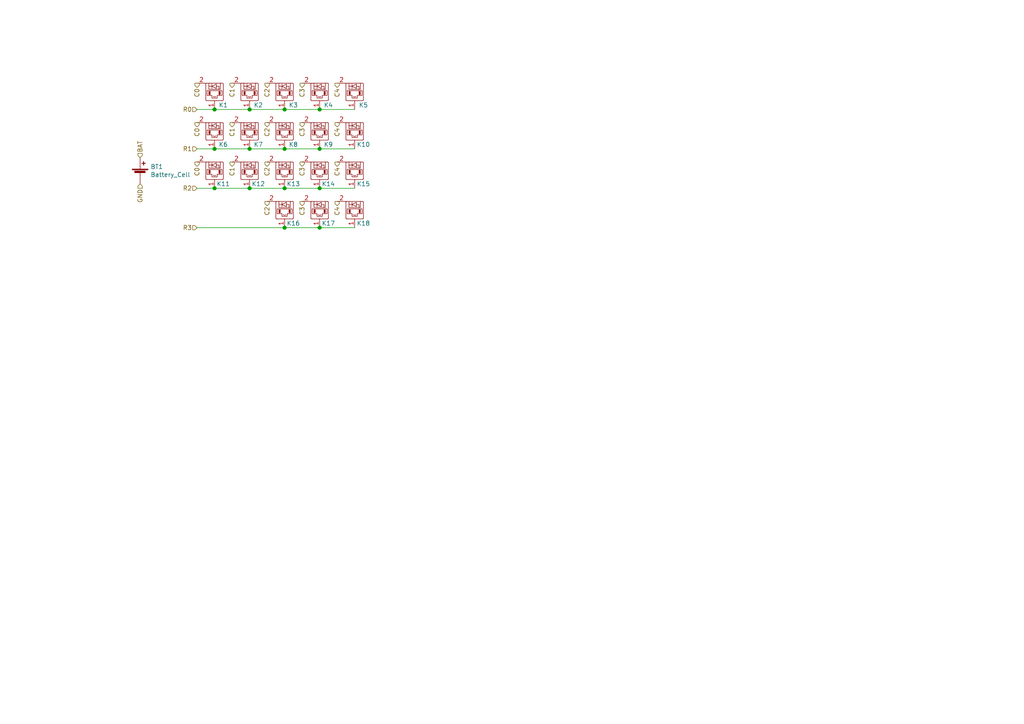
<source format=kicad_sch>
(kicad_sch (version 20210621) (generator eeschema)
  (paper "A4")
  (lib_symbols
    (symbol "Device:Battery_Cell" (pin_numbers hide) (pin_names (offset 0) hide)
      (property "Reference" "BT" (at 2.54 2.54 0))
      (property "Value" "Battery_Cell" (at 2.54 0 0))
      (symbol "Battery_Cell_0_1"
        (rectangle (start -2.286 1.778) (end 2.286 1.524) (fill (type outline)))
        (rectangle (start -1.5748 1.1938) (end 1.4732 0.6858) (fill (type outline)))
        (polyline (pts (xy 0 0.762) (xy 0 0)))
        (polyline (pts (xy 0 1.778) (xy 0 2.54)))
        (polyline (pts (xy 0.508 3.429) (xy 1.524 3.429)) (stroke (width 0.254)))
        (polyline (pts (xy 1.016 3.937) (xy 1.016 2.921)) (stroke (width 0.254)))
      )
      (symbol "Battery_Cell_1_1"
        (pin passive line (at 0 5.08 270) (length 2.54) (name "+") (number "1"))
        (pin passive line (at 0 -2.54 90) (length 2.54) (name "-") (number "2"))
      )
    )
    (symbol "diode-choc:diode-choc" (pin_names (offset 1.016))
      (property "Reference" "K" (at 0 3.81 0))
      (symbol "diode-choc_0_1"
        (arc (start -2.286 -2.54) (end -2.54 -2.286) (radius (at -2.286 -2.286) (length 0.254) (angles -90 180)))
        (arc (start -2.54 2.286) (end -2.286 2.54) (radius (at -2.286 2.286) (length 0.254) (angles 180 90)))
        (arc (start -0.381 -1.27) (end 0.381 -1.27) (radius (at 0 -1.016) (length 0.4572) (angles -146.3 -33.7)))
        (arc (start 2.286 -2.54) (end 2.54 -2.286) (radius (at 2.286 -2.286) (length 0.254) (angles -90 0)))
        (arc (start 2.286 2.54) (end 2.54 2.286) (radius (at 2.286 2.286) (length 0.254) (angles 90 0)))
        (rectangle (start -1.651 0.127) (end -1.27 -0.762) (fill (type outline)))
        (polyline (pts (xy -2.54 2.286) (xy -2.54 -2.286)))
        (polyline (pts (xy -2.286 -2.54) (xy 2.286 -2.54)))
        (polyline (pts (xy -2.286 2.54) (xy 2.286 2.54)))
        (polyline (pts (xy -1.651 1.651) (xy -0.762 1.651)))
        (polyline (pts (xy -0.762 2.286) (xy -0.762 1.016)))
        (polyline (pts (xy 2.54 -2.286) (xy 2.54 2.286)))
        (polyline (pts (xy 0.508 1.651) (xy 1.27 1.651) (xy 1.27 0.762)))
        (polyline (pts (xy -1.651 2.54) (xy -1.651 0.762) (xy 1.651 0.762) (xy 1.651 2.54)))
        (polyline (pts (xy -0.762 1.651) (xy 0.508 2.286) (xy 0.508 1.016) (xy -0.762 1.651)))
        (polyline (pts (xy -2.159 0.381) (xy -2.159 -1.016) (xy -0.762 -1.016) (xy -0.762 -1.778) (xy 0.762 -1.778) (xy 0.762 -1.016) (xy 2.159 -1.016) (xy 2.159 0.381) (xy -2.159 0.381)))
      )
      (symbol "diode-choc_1_1"
        (rectangle (start 1.27 0.127) (end 1.651 -0.762) (fill (type outline)))
        (pin input line (at 0 -5.08 90) (length 2.54) (name "~") (number "1"))
        (pin output line (at -5.08 2.54 0) (length 2.54) (name "~") (number "2"))
      )
    )
    (symbol "diode-choc:diode-choc_1" (pin_names (offset 1.016))
      (property "Reference" "K" (at 0 3.81 0))
      (symbol "diode-choc_1_0_1"
        (arc (start -2.286 -2.54) (end -2.54 -2.286) (radius (at -2.286 -2.286) (length 0.254) (angles -90 180)))
        (arc (start -2.54 2.286) (end -2.286 2.54) (radius (at -2.286 2.286) (length 0.254) (angles 180 90)))
        (arc (start -0.381 -1.27) (end 0.381 -1.27) (radius (at 0 -1.016) (length 0.4572) (angles -146.3 -33.7)))
        (arc (start 2.286 -2.54) (end 2.54 -2.286) (radius (at 2.286 -2.286) (length 0.254) (angles -90 0)))
        (arc (start 2.286 2.54) (end 2.54 2.286) (radius (at 2.286 2.286) (length 0.254) (angles 90 0)))
        (rectangle (start -1.651 0.127) (end -1.27 -0.762) (fill (type outline)))
        (polyline (pts (xy -2.54 2.286) (xy -2.54 -2.286)))
        (polyline (pts (xy -2.286 -2.54) (xy 2.286 -2.54)))
        (polyline (pts (xy -2.286 2.54) (xy 2.286 2.54)))
        (polyline (pts (xy -1.651 1.651) (xy -0.762 1.651)))
        (polyline (pts (xy -0.762 2.286) (xy -0.762 1.016)))
        (polyline (pts (xy 2.54 -2.286) (xy 2.54 2.286)))
        (polyline (pts (xy 0.508 1.651) (xy 1.27 1.651) (xy 1.27 0.762)))
        (polyline (pts (xy -1.651 2.54) (xy -1.651 0.762) (xy 1.651 0.762) (xy 1.651 2.54)))
        (polyline (pts (xy -0.762 1.651) (xy 0.508 2.286) (xy 0.508 1.016) (xy -0.762 1.651)))
        (polyline (pts (xy -2.159 0.381) (xy -2.159 -1.016) (xy -0.762 -1.016) (xy -0.762 -1.778) (xy 0.762 -1.778) (xy 0.762 -1.016) (xy 2.159 -1.016) (xy 2.159 0.381) (xy -2.159 0.381)))
      )
      (symbol "diode-choc_1_1_1"
        (rectangle (start 1.27 0.127) (end 1.651 -0.762) (fill (type outline)))
        (pin input line (at 0 -5.08 90) (length 2.54) (name "~") (number "1"))
        (pin output line (at -5.08 2.54 0) (length 2.54) (name "~") (number "2"))
      )
    )
    (symbol "diode-choc:diode-choc_10" (pin_names (offset 1.016))
      (property "Reference" "K" (at 0 3.81 0))
      (symbol "diode-choc_10_0_1"
        (arc (start -2.286 -2.54) (end -2.54 -2.286) (radius (at -2.286 -2.286) (length 0.254) (angles -90 180)))
        (arc (start -2.54 2.286) (end -2.286 2.54) (radius (at -2.286 2.286) (length 0.254) (angles 180 90)))
        (arc (start -0.381 -1.27) (end 0.381 -1.27) (radius (at 0 -1.016) (length 0.4572) (angles -146.3 -33.7)))
        (arc (start 2.286 -2.54) (end 2.54 -2.286) (radius (at 2.286 -2.286) (length 0.254) (angles -90 0)))
        (arc (start 2.286 2.54) (end 2.54 2.286) (radius (at 2.286 2.286) (length 0.254) (angles 90 0)))
        (rectangle (start -1.651 0.127) (end -1.27 -0.762) (fill (type outline)))
        (polyline (pts (xy -2.54 2.286) (xy -2.54 -2.286)))
        (polyline (pts (xy -2.286 -2.54) (xy 2.286 -2.54)))
        (polyline (pts (xy -2.286 2.54) (xy 2.286 2.54)))
        (polyline (pts (xy -1.651 1.651) (xy -0.762 1.651)))
        (polyline (pts (xy -0.762 2.286) (xy -0.762 1.016)))
        (polyline (pts (xy 2.54 -2.286) (xy 2.54 2.286)))
        (polyline (pts (xy 0.508 1.651) (xy 1.27 1.651) (xy 1.27 0.762)))
        (polyline (pts (xy -1.651 2.54) (xy -1.651 0.762) (xy 1.651 0.762) (xy 1.651 2.54)))
        (polyline (pts (xy -0.762 1.651) (xy 0.508 2.286) (xy 0.508 1.016) (xy -0.762 1.651)))
        (polyline (pts (xy -2.159 0.381) (xy -2.159 -1.016) (xy -0.762 -1.016) (xy -0.762 -1.778) (xy 0.762 -1.778) (xy 0.762 -1.016) (xy 2.159 -1.016) (xy 2.159 0.381) (xy -2.159 0.381)))
      )
      (symbol "diode-choc_10_1_1"
        (rectangle (start 1.27 0.127) (end 1.651 -0.762) (fill (type outline)))
        (pin input line (at 0 -5.08 90) (length 2.54) (name "~") (number "1"))
        (pin output line (at -5.08 2.54 0) (length 2.54) (name "~") (number "2"))
      )
    )
    (symbol "diode-choc:diode-choc_11" (pin_names (offset 1.016))
      (property "Reference" "K" (at 0 3.81 0))
      (symbol "diode-choc_11_0_1"
        (arc (start -2.286 -2.54) (end -2.54 -2.286) (radius (at -2.286 -2.286) (length 0.254) (angles -90 180)))
        (arc (start -2.54 2.286) (end -2.286 2.54) (radius (at -2.286 2.286) (length 0.254) (angles 180 90)))
        (arc (start -0.381 -1.27) (end 0.381 -1.27) (radius (at 0 -1.016) (length 0.4572) (angles -146.3 -33.7)))
        (arc (start 2.286 -2.54) (end 2.54 -2.286) (radius (at 2.286 -2.286) (length 0.254) (angles -90 0)))
        (arc (start 2.286 2.54) (end 2.54 2.286) (radius (at 2.286 2.286) (length 0.254) (angles 90 0)))
        (rectangle (start -1.651 0.127) (end -1.27 -0.762) (fill (type outline)))
        (polyline (pts (xy -2.54 2.286) (xy -2.54 -2.286)))
        (polyline (pts (xy -2.286 -2.54) (xy 2.286 -2.54)))
        (polyline (pts (xy -2.286 2.54) (xy 2.286 2.54)))
        (polyline (pts (xy -1.651 1.651) (xy -0.762 1.651)))
        (polyline (pts (xy -0.762 2.286) (xy -0.762 1.016)))
        (polyline (pts (xy 2.54 -2.286) (xy 2.54 2.286)))
        (polyline (pts (xy 0.508 1.651) (xy 1.27 1.651) (xy 1.27 0.762)))
        (polyline (pts (xy -1.651 2.54) (xy -1.651 0.762) (xy 1.651 0.762) (xy 1.651 2.54)))
        (polyline (pts (xy -0.762 1.651) (xy 0.508 2.286) (xy 0.508 1.016) (xy -0.762 1.651)))
        (polyline (pts (xy -2.159 0.381) (xy -2.159 -1.016) (xy -0.762 -1.016) (xy -0.762 -1.778) (xy 0.762 -1.778) (xy 0.762 -1.016) (xy 2.159 -1.016) (xy 2.159 0.381) (xy -2.159 0.381)))
      )
      (symbol "diode-choc_11_1_1"
        (rectangle (start 1.27 0.127) (end 1.651 -0.762) (fill (type outline)))
        (pin input line (at 0 -5.08 90) (length 2.54) (name "~") (number "1"))
        (pin output line (at -5.08 2.54 0) (length 2.54) (name "~") (number "2"))
      )
    )
    (symbol "diode-choc:diode-choc_12" (pin_names (offset 1.016))
      (property "Reference" "K" (at 0 3.81 0))
      (symbol "diode-choc_12_0_1"
        (arc (start -2.286 -2.54) (end -2.54 -2.286) (radius (at -2.286 -2.286) (length 0.254) (angles -90 180)))
        (arc (start -2.54 2.286) (end -2.286 2.54) (radius (at -2.286 2.286) (length 0.254) (angles 180 90)))
        (arc (start -0.381 -1.27) (end 0.381 -1.27) (radius (at 0 -1.016) (length 0.4572) (angles -146.3 -33.7)))
        (arc (start 2.286 -2.54) (end 2.54 -2.286) (radius (at 2.286 -2.286) (length 0.254) (angles -90 0)))
        (arc (start 2.286 2.54) (end 2.54 2.286) (radius (at 2.286 2.286) (length 0.254) (angles 90 0)))
        (rectangle (start -1.651 0.127) (end -1.27 -0.762) (fill (type outline)))
        (polyline (pts (xy -2.54 2.286) (xy -2.54 -2.286)))
        (polyline (pts (xy -2.286 -2.54) (xy 2.286 -2.54)))
        (polyline (pts (xy -2.286 2.54) (xy 2.286 2.54)))
        (polyline (pts (xy -1.651 1.651) (xy -0.762 1.651)))
        (polyline (pts (xy -0.762 2.286) (xy -0.762 1.016)))
        (polyline (pts (xy 2.54 -2.286) (xy 2.54 2.286)))
        (polyline (pts (xy 0.508 1.651) (xy 1.27 1.651) (xy 1.27 0.762)))
        (polyline (pts (xy -1.651 2.54) (xy -1.651 0.762) (xy 1.651 0.762) (xy 1.651 2.54)))
        (polyline (pts (xy -0.762 1.651) (xy 0.508 2.286) (xy 0.508 1.016) (xy -0.762 1.651)))
        (polyline (pts (xy -2.159 0.381) (xy -2.159 -1.016) (xy -0.762 -1.016) (xy -0.762 -1.778) (xy 0.762 -1.778) (xy 0.762 -1.016) (xy 2.159 -1.016) (xy 2.159 0.381) (xy -2.159 0.381)))
      )
      (symbol "diode-choc_12_1_1"
        (rectangle (start 1.27 0.127) (end 1.651 -0.762) (fill (type outline)))
        (pin input line (at 0 -5.08 90) (length 2.54) (name "~") (number "1"))
        (pin output line (at -5.08 2.54 0) (length 2.54) (name "~") (number "2"))
      )
    )
    (symbol "diode-choc:diode-choc_13" (pin_names (offset 1.016))
      (property "Reference" "K" (at 0 3.81 0))
      (symbol "diode-choc_13_0_1"
        (arc (start -2.286 -2.54) (end -2.54 -2.286) (radius (at -2.286 -2.286) (length 0.254) (angles -90 180)))
        (arc (start -2.54 2.286) (end -2.286 2.54) (radius (at -2.286 2.286) (length 0.254) (angles 180 90)))
        (arc (start -0.381 -1.27) (end 0.381 -1.27) (radius (at 0 -1.016) (length 0.4572) (angles -146.3 -33.7)))
        (arc (start 2.286 -2.54) (end 2.54 -2.286) (radius (at 2.286 -2.286) (length 0.254) (angles -90 0)))
        (arc (start 2.286 2.54) (end 2.54 2.286) (radius (at 2.286 2.286) (length 0.254) (angles 90 0)))
        (rectangle (start -1.651 0.127) (end -1.27 -0.762) (fill (type outline)))
        (polyline (pts (xy -2.54 2.286) (xy -2.54 -2.286)))
        (polyline (pts (xy -2.286 -2.54) (xy 2.286 -2.54)))
        (polyline (pts (xy -2.286 2.54) (xy 2.286 2.54)))
        (polyline (pts (xy -1.651 1.651) (xy -0.762 1.651)))
        (polyline (pts (xy -0.762 2.286) (xy -0.762 1.016)))
        (polyline (pts (xy 2.54 -2.286) (xy 2.54 2.286)))
        (polyline (pts (xy 0.508 1.651) (xy 1.27 1.651) (xy 1.27 0.762)))
        (polyline (pts (xy -1.651 2.54) (xy -1.651 0.762) (xy 1.651 0.762) (xy 1.651 2.54)))
        (polyline (pts (xy -0.762 1.651) (xy 0.508 2.286) (xy 0.508 1.016) (xy -0.762 1.651)))
        (polyline (pts (xy -2.159 0.381) (xy -2.159 -1.016) (xy -0.762 -1.016) (xy -0.762 -1.778) (xy 0.762 -1.778) (xy 0.762 -1.016) (xy 2.159 -1.016) (xy 2.159 0.381) (xy -2.159 0.381)))
      )
      (symbol "diode-choc_13_1_1"
        (rectangle (start 1.27 0.127) (end 1.651 -0.762) (fill (type outline)))
        (pin input line (at 0 -5.08 90) (length 2.54) (name "~") (number "1"))
        (pin output line (at -5.08 2.54 0) (length 2.54) (name "~") (number "2"))
      )
    )
    (symbol "diode-choc:diode-choc_14" (pin_names (offset 1.016))
      (property "Reference" "K" (at 0 3.81 0))
      (symbol "diode-choc_14_0_1"
        (arc (start -2.286 -2.54) (end -2.54 -2.286) (radius (at -2.286 -2.286) (length 0.254) (angles -90 180)))
        (arc (start -2.54 2.286) (end -2.286 2.54) (radius (at -2.286 2.286) (length 0.254) (angles 180 90)))
        (arc (start -0.381 -1.27) (end 0.381 -1.27) (radius (at 0 -1.016) (length 0.4572) (angles -146.3 -33.7)))
        (arc (start 2.286 -2.54) (end 2.54 -2.286) (radius (at 2.286 -2.286) (length 0.254) (angles -90 0)))
        (arc (start 2.286 2.54) (end 2.54 2.286) (radius (at 2.286 2.286) (length 0.254) (angles 90 0)))
        (rectangle (start -1.651 0.127) (end -1.27 -0.762) (fill (type outline)))
        (polyline (pts (xy -2.54 2.286) (xy -2.54 -2.286)))
        (polyline (pts (xy -2.286 -2.54) (xy 2.286 -2.54)))
        (polyline (pts (xy -2.286 2.54) (xy 2.286 2.54)))
        (polyline (pts (xy -1.651 1.651) (xy -0.762 1.651)))
        (polyline (pts (xy -0.762 2.286) (xy -0.762 1.016)))
        (polyline (pts (xy 2.54 -2.286) (xy 2.54 2.286)))
        (polyline (pts (xy 0.508 1.651) (xy 1.27 1.651) (xy 1.27 0.762)))
        (polyline (pts (xy -1.651 2.54) (xy -1.651 0.762) (xy 1.651 0.762) (xy 1.651 2.54)))
        (polyline (pts (xy -0.762 1.651) (xy 0.508 2.286) (xy 0.508 1.016) (xy -0.762 1.651)))
        (polyline (pts (xy -2.159 0.381) (xy -2.159 -1.016) (xy -0.762 -1.016) (xy -0.762 -1.778) (xy 0.762 -1.778) (xy 0.762 -1.016) (xy 2.159 -1.016) (xy 2.159 0.381) (xy -2.159 0.381)))
      )
      (symbol "diode-choc_14_1_1"
        (rectangle (start 1.27 0.127) (end 1.651 -0.762) (fill (type outline)))
        (pin input line (at 0 -5.08 90) (length 2.54) (name "~") (number "1"))
        (pin output line (at -5.08 2.54 0) (length 2.54) (name "~") (number "2"))
      )
    )
    (symbol "diode-choc:diode-choc_15" (pin_names (offset 1.016))
      (property "Reference" "K" (at 0 3.81 0))
      (symbol "diode-choc_15_0_1"
        (arc (start -2.286 -2.54) (end -2.54 -2.286) (radius (at -2.286 -2.286) (length 0.254) (angles -90 180)))
        (arc (start -2.54 2.286) (end -2.286 2.54) (radius (at -2.286 2.286) (length 0.254) (angles 180 90)))
        (arc (start -0.381 -1.27) (end 0.381 -1.27) (radius (at 0 -1.016) (length 0.4572) (angles -146.3 -33.7)))
        (arc (start 2.286 -2.54) (end 2.54 -2.286) (radius (at 2.286 -2.286) (length 0.254) (angles -90 0)))
        (arc (start 2.286 2.54) (end 2.54 2.286) (radius (at 2.286 2.286) (length 0.254) (angles 90 0)))
        (rectangle (start -1.651 0.127) (end -1.27 -0.762) (fill (type outline)))
        (polyline (pts (xy -2.54 2.286) (xy -2.54 -2.286)))
        (polyline (pts (xy -2.286 -2.54) (xy 2.286 -2.54)))
        (polyline (pts (xy -2.286 2.54) (xy 2.286 2.54)))
        (polyline (pts (xy -1.651 1.651) (xy -0.762 1.651)))
        (polyline (pts (xy -0.762 2.286) (xy -0.762 1.016)))
        (polyline (pts (xy 2.54 -2.286) (xy 2.54 2.286)))
        (polyline (pts (xy 0.508 1.651) (xy 1.27 1.651) (xy 1.27 0.762)))
        (polyline (pts (xy -1.651 2.54) (xy -1.651 0.762) (xy 1.651 0.762) (xy 1.651 2.54)))
        (polyline (pts (xy -0.762 1.651) (xy 0.508 2.286) (xy 0.508 1.016) (xy -0.762 1.651)))
        (polyline (pts (xy -2.159 0.381) (xy -2.159 -1.016) (xy -0.762 -1.016) (xy -0.762 -1.778) (xy 0.762 -1.778) (xy 0.762 -1.016) (xy 2.159 -1.016) (xy 2.159 0.381) (xy -2.159 0.381)))
      )
      (symbol "diode-choc_15_1_1"
        (rectangle (start 1.27 0.127) (end 1.651 -0.762) (fill (type outline)))
        (pin input line (at 0 -5.08 90) (length 2.54) (name "~") (number "1"))
        (pin output line (at -5.08 2.54 0) (length 2.54) (name "~") (number "2"))
      )
    )
    (symbol "diode-choc:diode-choc_16" (pin_names (offset 1.016))
      (property "Reference" "K" (at 0 3.81 0))
      (symbol "diode-choc_16_0_1"
        (arc (start -2.286 -2.54) (end -2.54 -2.286) (radius (at -2.286 -2.286) (length 0.254) (angles -90 180)))
        (arc (start -2.54 2.286) (end -2.286 2.54) (radius (at -2.286 2.286) (length 0.254) (angles 180 90)))
        (arc (start -0.381 -1.27) (end 0.381 -1.27) (radius (at 0 -1.016) (length 0.4572) (angles -146.3 -33.7)))
        (arc (start 2.286 -2.54) (end 2.54 -2.286) (radius (at 2.286 -2.286) (length 0.254) (angles -90 0)))
        (arc (start 2.286 2.54) (end 2.54 2.286) (radius (at 2.286 2.286) (length 0.254) (angles 90 0)))
        (rectangle (start -1.651 0.127) (end -1.27 -0.762) (fill (type outline)))
        (polyline (pts (xy -2.54 2.286) (xy -2.54 -2.286)))
        (polyline (pts (xy -2.286 -2.54) (xy 2.286 -2.54)))
        (polyline (pts (xy -2.286 2.54) (xy 2.286 2.54)))
        (polyline (pts (xy -1.651 1.651) (xy -0.762 1.651)))
        (polyline (pts (xy -0.762 2.286) (xy -0.762 1.016)))
        (polyline (pts (xy 2.54 -2.286) (xy 2.54 2.286)))
        (polyline (pts (xy 0.508 1.651) (xy 1.27 1.651) (xy 1.27 0.762)))
        (polyline (pts (xy -1.651 2.54) (xy -1.651 0.762) (xy 1.651 0.762) (xy 1.651 2.54)))
        (polyline (pts (xy -0.762 1.651) (xy 0.508 2.286) (xy 0.508 1.016) (xy -0.762 1.651)))
        (polyline (pts (xy -2.159 0.381) (xy -2.159 -1.016) (xy -0.762 -1.016) (xy -0.762 -1.778) (xy 0.762 -1.778) (xy 0.762 -1.016) (xy 2.159 -1.016) (xy 2.159 0.381) (xy -2.159 0.381)))
      )
      (symbol "diode-choc_16_1_1"
        (rectangle (start 1.27 0.127) (end 1.651 -0.762) (fill (type outline)))
        (pin input line (at 0 -5.08 90) (length 2.54) (name "~") (number "1"))
        (pin output line (at -5.08 2.54 0) (length 2.54) (name "~") (number "2"))
      )
    )
    (symbol "diode-choc:diode-choc_17" (pin_names (offset 1.016))
      (property "Reference" "K" (at 0 3.81 0))
      (symbol "diode-choc_17_0_1"
        (arc (start -2.286 -2.54) (end -2.54 -2.286) (radius (at -2.286 -2.286) (length 0.254) (angles -90 180)))
        (arc (start -2.54 2.286) (end -2.286 2.54) (radius (at -2.286 2.286) (length 0.254) (angles 180 90)))
        (arc (start -0.381 -1.27) (end 0.381 -1.27) (radius (at 0 -1.016) (length 0.4572) (angles -146.3 -33.7)))
        (arc (start 2.286 -2.54) (end 2.54 -2.286) (radius (at 2.286 -2.286) (length 0.254) (angles -90 0)))
        (arc (start 2.286 2.54) (end 2.54 2.286) (radius (at 2.286 2.286) (length 0.254) (angles 90 0)))
        (rectangle (start -1.651 0.127) (end -1.27 -0.762) (fill (type outline)))
        (polyline (pts (xy -2.54 2.286) (xy -2.54 -2.286)))
        (polyline (pts (xy -2.286 -2.54) (xy 2.286 -2.54)))
        (polyline (pts (xy -2.286 2.54) (xy 2.286 2.54)))
        (polyline (pts (xy -1.651 1.651) (xy -0.762 1.651)))
        (polyline (pts (xy -0.762 2.286) (xy -0.762 1.016)))
        (polyline (pts (xy 2.54 -2.286) (xy 2.54 2.286)))
        (polyline (pts (xy 0.508 1.651) (xy 1.27 1.651) (xy 1.27 0.762)))
        (polyline (pts (xy -1.651 2.54) (xy -1.651 0.762) (xy 1.651 0.762) (xy 1.651 2.54)))
        (polyline (pts (xy -0.762 1.651) (xy 0.508 2.286) (xy 0.508 1.016) (xy -0.762 1.651)))
        (polyline (pts (xy -2.159 0.381) (xy -2.159 -1.016) (xy -0.762 -1.016) (xy -0.762 -1.778) (xy 0.762 -1.778) (xy 0.762 -1.016) (xy 2.159 -1.016) (xy 2.159 0.381) (xy -2.159 0.381)))
      )
      (symbol "diode-choc_17_1_1"
        (rectangle (start 1.27 0.127) (end 1.651 -0.762) (fill (type outline)))
        (pin input line (at 0 -5.08 90) (length 2.54) (name "~") (number "1"))
        (pin output line (at -5.08 2.54 0) (length 2.54) (name "~") (number "2"))
      )
    )
    (symbol "diode-choc:diode-choc_2" (pin_names (offset 1.016))
      (property "Reference" "K" (at 0 3.81 0))
      (symbol "diode-choc_2_0_1"
        (arc (start -2.286 -2.54) (end -2.54 -2.286) (radius (at -2.286 -2.286) (length 0.254) (angles -90 180)))
        (arc (start -2.54 2.286) (end -2.286 2.54) (radius (at -2.286 2.286) (length 0.254) (angles 180 90)))
        (arc (start -0.381 -1.27) (end 0.381 -1.27) (radius (at 0 -1.016) (length 0.4572) (angles -146.3 -33.7)))
        (arc (start 2.286 -2.54) (end 2.54 -2.286) (radius (at 2.286 -2.286) (length 0.254) (angles -90 0)))
        (arc (start 2.286 2.54) (end 2.54 2.286) (radius (at 2.286 2.286) (length 0.254) (angles 90 0)))
        (rectangle (start -1.651 0.127) (end -1.27 -0.762) (fill (type outline)))
        (polyline (pts (xy -2.54 2.286) (xy -2.54 -2.286)))
        (polyline (pts (xy -2.286 -2.54) (xy 2.286 -2.54)))
        (polyline (pts (xy -2.286 2.54) (xy 2.286 2.54)))
        (polyline (pts (xy -1.651 1.651) (xy -0.762 1.651)))
        (polyline (pts (xy -0.762 2.286) (xy -0.762 1.016)))
        (polyline (pts (xy 2.54 -2.286) (xy 2.54 2.286)))
        (polyline (pts (xy 0.508 1.651) (xy 1.27 1.651) (xy 1.27 0.762)))
        (polyline (pts (xy -1.651 2.54) (xy -1.651 0.762) (xy 1.651 0.762) (xy 1.651 2.54)))
        (polyline (pts (xy -0.762 1.651) (xy 0.508 2.286) (xy 0.508 1.016) (xy -0.762 1.651)))
        (polyline (pts (xy -2.159 0.381) (xy -2.159 -1.016) (xy -0.762 -1.016) (xy -0.762 -1.778) (xy 0.762 -1.778) (xy 0.762 -1.016) (xy 2.159 -1.016) (xy 2.159 0.381) (xy -2.159 0.381)))
      )
      (symbol "diode-choc_2_1_1"
        (rectangle (start 1.27 0.127) (end 1.651 -0.762) (fill (type outline)))
        (pin input line (at 0 -5.08 90) (length 2.54) (name "~") (number "1"))
        (pin output line (at -5.08 2.54 0) (length 2.54) (name "~") (number "2"))
      )
    )
    (symbol "diode-choc:diode-choc_3" (pin_names (offset 1.016))
      (property "Reference" "K" (at 0 3.81 0))
      (symbol "diode-choc_3_0_1"
        (arc (start -2.286 -2.54) (end -2.54 -2.286) (radius (at -2.286 -2.286) (length 0.254) (angles -90 180)))
        (arc (start -2.54 2.286) (end -2.286 2.54) (radius (at -2.286 2.286) (length 0.254) (angles 180 90)))
        (arc (start -0.381 -1.27) (end 0.381 -1.27) (radius (at 0 -1.016) (length 0.4572) (angles -146.3 -33.7)))
        (arc (start 2.286 -2.54) (end 2.54 -2.286) (radius (at 2.286 -2.286) (length 0.254) (angles -90 0)))
        (arc (start 2.286 2.54) (end 2.54 2.286) (radius (at 2.286 2.286) (length 0.254) (angles 90 0)))
        (rectangle (start -1.651 0.127) (end -1.27 -0.762) (fill (type outline)))
        (polyline (pts (xy -2.54 2.286) (xy -2.54 -2.286)))
        (polyline (pts (xy -2.286 -2.54) (xy 2.286 -2.54)))
        (polyline (pts (xy -2.286 2.54) (xy 2.286 2.54)))
        (polyline (pts (xy -1.651 1.651) (xy -0.762 1.651)))
        (polyline (pts (xy -0.762 2.286) (xy -0.762 1.016)))
        (polyline (pts (xy 2.54 -2.286) (xy 2.54 2.286)))
        (polyline (pts (xy 0.508 1.651) (xy 1.27 1.651) (xy 1.27 0.762)))
        (polyline (pts (xy -1.651 2.54) (xy -1.651 0.762) (xy 1.651 0.762) (xy 1.651 2.54)))
        (polyline (pts (xy -0.762 1.651) (xy 0.508 2.286) (xy 0.508 1.016) (xy -0.762 1.651)))
        (polyline (pts (xy -2.159 0.381) (xy -2.159 -1.016) (xy -0.762 -1.016) (xy -0.762 -1.778) (xy 0.762 -1.778) (xy 0.762 -1.016) (xy 2.159 -1.016) (xy 2.159 0.381) (xy -2.159 0.381)))
      )
      (symbol "diode-choc_3_1_1"
        (rectangle (start 1.27 0.127) (end 1.651 -0.762) (fill (type outline)))
        (pin input line (at 0 -5.08 90) (length 2.54) (name "~") (number "1"))
        (pin output line (at -5.08 2.54 0) (length 2.54) (name "~") (number "2"))
      )
    )
    (symbol "diode-choc:diode-choc_4" (pin_names (offset 1.016))
      (property "Reference" "K" (at 0 3.81 0))
      (symbol "diode-choc_4_0_1"
        (arc (start -2.286 -2.54) (end -2.54 -2.286) (radius (at -2.286 -2.286) (length 0.254) (angles -90 180)))
        (arc (start -2.54 2.286) (end -2.286 2.54) (radius (at -2.286 2.286) (length 0.254) (angles 180 90)))
        (arc (start -0.381 -1.27) (end 0.381 -1.27) (radius (at 0 -1.016) (length 0.4572) (angles -146.3 -33.7)))
        (arc (start 2.286 -2.54) (end 2.54 -2.286) (radius (at 2.286 -2.286) (length 0.254) (angles -90 0)))
        (arc (start 2.286 2.54) (end 2.54 2.286) (radius (at 2.286 2.286) (length 0.254) (angles 90 0)))
        (rectangle (start -1.651 0.127) (end -1.27 -0.762) (fill (type outline)))
        (polyline (pts (xy -2.54 2.286) (xy -2.54 -2.286)))
        (polyline (pts (xy -2.286 -2.54) (xy 2.286 -2.54)))
        (polyline (pts (xy -2.286 2.54) (xy 2.286 2.54)))
        (polyline (pts (xy -1.651 1.651) (xy -0.762 1.651)))
        (polyline (pts (xy -0.762 2.286) (xy -0.762 1.016)))
        (polyline (pts (xy 2.54 -2.286) (xy 2.54 2.286)))
        (polyline (pts (xy 0.508 1.651) (xy 1.27 1.651) (xy 1.27 0.762)))
        (polyline (pts (xy -1.651 2.54) (xy -1.651 0.762) (xy 1.651 0.762) (xy 1.651 2.54)))
        (polyline (pts (xy -0.762 1.651) (xy 0.508 2.286) (xy 0.508 1.016) (xy -0.762 1.651)))
        (polyline (pts (xy -2.159 0.381) (xy -2.159 -1.016) (xy -0.762 -1.016) (xy -0.762 -1.778) (xy 0.762 -1.778) (xy 0.762 -1.016) (xy 2.159 -1.016) (xy 2.159 0.381) (xy -2.159 0.381)))
      )
      (symbol "diode-choc_4_1_1"
        (rectangle (start 1.27 0.127) (end 1.651 -0.762) (fill (type outline)))
        (pin input line (at 0 -5.08 90) (length 2.54) (name "~") (number "1"))
        (pin output line (at -5.08 2.54 0) (length 2.54) (name "~") (number "2"))
      )
    )
    (symbol "diode-choc:diode-choc_5" (pin_names (offset 1.016))
      (property "Reference" "K" (at 0 3.81 0))
      (symbol "diode-choc_5_0_1"
        (arc (start -2.286 -2.54) (end -2.54 -2.286) (radius (at -2.286 -2.286) (length 0.254) (angles -90 180)))
        (arc (start -2.54 2.286) (end -2.286 2.54) (radius (at -2.286 2.286) (length 0.254) (angles 180 90)))
        (arc (start -0.381 -1.27) (end 0.381 -1.27) (radius (at 0 -1.016) (length 0.4572) (angles -146.3 -33.7)))
        (arc (start 2.286 -2.54) (end 2.54 -2.286) (radius (at 2.286 -2.286) (length 0.254) (angles -90 0)))
        (arc (start 2.286 2.54) (end 2.54 2.286) (radius (at 2.286 2.286) (length 0.254) (angles 90 0)))
        (rectangle (start -1.651 0.127) (end -1.27 -0.762) (fill (type outline)))
        (polyline (pts (xy -2.54 2.286) (xy -2.54 -2.286)))
        (polyline (pts (xy -2.286 -2.54) (xy 2.286 -2.54)))
        (polyline (pts (xy -2.286 2.54) (xy 2.286 2.54)))
        (polyline (pts (xy -1.651 1.651) (xy -0.762 1.651)))
        (polyline (pts (xy -0.762 2.286) (xy -0.762 1.016)))
        (polyline (pts (xy 2.54 -2.286) (xy 2.54 2.286)))
        (polyline (pts (xy 0.508 1.651) (xy 1.27 1.651) (xy 1.27 0.762)))
        (polyline (pts (xy -1.651 2.54) (xy -1.651 0.762) (xy 1.651 0.762) (xy 1.651 2.54)))
        (polyline (pts (xy -0.762 1.651) (xy 0.508 2.286) (xy 0.508 1.016) (xy -0.762 1.651)))
        (polyline (pts (xy -2.159 0.381) (xy -2.159 -1.016) (xy -0.762 -1.016) (xy -0.762 -1.778) (xy 0.762 -1.778) (xy 0.762 -1.016) (xy 2.159 -1.016) (xy 2.159 0.381) (xy -2.159 0.381)))
      )
      (symbol "diode-choc_5_1_1"
        (rectangle (start 1.27 0.127) (end 1.651 -0.762) (fill (type outline)))
        (pin input line (at 0 -5.08 90) (length 2.54) (name "~") (number "1"))
        (pin output line (at -5.08 2.54 0) (length 2.54) (name "~") (number "2"))
      )
    )
    (symbol "diode-choc:diode-choc_6" (pin_names (offset 1.016))
      (property "Reference" "K" (at 0 3.81 0))
      (symbol "diode-choc_6_0_1"
        (arc (start -2.286 -2.54) (end -2.54 -2.286) (radius (at -2.286 -2.286) (length 0.254) (angles -90 180)))
        (arc (start -2.54 2.286) (end -2.286 2.54) (radius (at -2.286 2.286) (length 0.254) (angles 180 90)))
        (arc (start -0.381 -1.27) (end 0.381 -1.27) (radius (at 0 -1.016) (length 0.4572) (angles -146.3 -33.7)))
        (arc (start 2.286 -2.54) (end 2.54 -2.286) (radius (at 2.286 -2.286) (length 0.254) (angles -90 0)))
        (arc (start 2.286 2.54) (end 2.54 2.286) (radius (at 2.286 2.286) (length 0.254) (angles 90 0)))
        (rectangle (start -1.651 0.127) (end -1.27 -0.762) (fill (type outline)))
        (polyline (pts (xy -2.54 2.286) (xy -2.54 -2.286)))
        (polyline (pts (xy -2.286 -2.54) (xy 2.286 -2.54)))
        (polyline (pts (xy -2.286 2.54) (xy 2.286 2.54)))
        (polyline (pts (xy -1.651 1.651) (xy -0.762 1.651)))
        (polyline (pts (xy -0.762 2.286) (xy -0.762 1.016)))
        (polyline (pts (xy 2.54 -2.286) (xy 2.54 2.286)))
        (polyline (pts (xy 0.508 1.651) (xy 1.27 1.651) (xy 1.27 0.762)))
        (polyline (pts (xy -1.651 2.54) (xy -1.651 0.762) (xy 1.651 0.762) (xy 1.651 2.54)))
        (polyline (pts (xy -0.762 1.651) (xy 0.508 2.286) (xy 0.508 1.016) (xy -0.762 1.651)))
        (polyline (pts (xy -2.159 0.381) (xy -2.159 -1.016) (xy -0.762 -1.016) (xy -0.762 -1.778) (xy 0.762 -1.778) (xy 0.762 -1.016) (xy 2.159 -1.016) (xy 2.159 0.381) (xy -2.159 0.381)))
      )
      (symbol "diode-choc_6_1_1"
        (rectangle (start 1.27 0.127) (end 1.651 -0.762) (fill (type outline)))
        (pin input line (at 0 -5.08 90) (length 2.54) (name "~") (number "1"))
        (pin output line (at -5.08 2.54 0) (length 2.54) (name "~") (number "2"))
      )
    )
    (symbol "diode-choc:diode-choc_7" (pin_names (offset 1.016))
      (property "Reference" "K" (at 0 3.81 0))
      (symbol "diode-choc_7_0_1"
        (arc (start -2.286 -2.54) (end -2.54 -2.286) (radius (at -2.286 -2.286) (length 0.254) (angles -90 180)))
        (arc (start -2.54 2.286) (end -2.286 2.54) (radius (at -2.286 2.286) (length 0.254) (angles 180 90)))
        (arc (start -0.381 -1.27) (end 0.381 -1.27) (radius (at 0 -1.016) (length 0.4572) (angles -146.3 -33.7)))
        (arc (start 2.286 -2.54) (end 2.54 -2.286) (radius (at 2.286 -2.286) (length 0.254) (angles -90 0)))
        (arc (start 2.286 2.54) (end 2.54 2.286) (radius (at 2.286 2.286) (length 0.254) (angles 90 0)))
        (rectangle (start -1.651 0.127) (end -1.27 -0.762) (fill (type outline)))
        (polyline (pts (xy -2.54 2.286) (xy -2.54 -2.286)))
        (polyline (pts (xy -2.286 -2.54) (xy 2.286 -2.54)))
        (polyline (pts (xy -2.286 2.54) (xy 2.286 2.54)))
        (polyline (pts (xy -1.651 1.651) (xy -0.762 1.651)))
        (polyline (pts (xy -0.762 2.286) (xy -0.762 1.016)))
        (polyline (pts (xy 2.54 -2.286) (xy 2.54 2.286)))
        (polyline (pts (xy 0.508 1.651) (xy 1.27 1.651) (xy 1.27 0.762)))
        (polyline (pts (xy -1.651 2.54) (xy -1.651 0.762) (xy 1.651 0.762) (xy 1.651 2.54)))
        (polyline (pts (xy -0.762 1.651) (xy 0.508 2.286) (xy 0.508 1.016) (xy -0.762 1.651)))
        (polyline (pts (xy -2.159 0.381) (xy -2.159 -1.016) (xy -0.762 -1.016) (xy -0.762 -1.778) (xy 0.762 -1.778) (xy 0.762 -1.016) (xy 2.159 -1.016) (xy 2.159 0.381) (xy -2.159 0.381)))
      )
      (symbol "diode-choc_7_1_1"
        (rectangle (start 1.27 0.127) (end 1.651 -0.762) (fill (type outline)))
        (pin input line (at 0 -5.08 90) (length 2.54) (name "~") (number "1"))
        (pin output line (at -5.08 2.54 0) (length 2.54) (name "~") (number "2"))
      )
    )
    (symbol "diode-choc:diode-choc_8" (pin_names (offset 1.016))
      (property "Reference" "K" (at 0 3.81 0))
      (symbol "diode-choc_8_0_1"
        (arc (start -2.286 -2.54) (end -2.54 -2.286) (radius (at -2.286 -2.286) (length 0.254) (angles -90 180)))
        (arc (start -2.54 2.286) (end -2.286 2.54) (radius (at -2.286 2.286) (length 0.254) (angles 180 90)))
        (arc (start -0.381 -1.27) (end 0.381 -1.27) (radius (at 0 -1.016) (length 0.4572) (angles -146.3 -33.7)))
        (arc (start 2.286 -2.54) (end 2.54 -2.286) (radius (at 2.286 -2.286) (length 0.254) (angles -90 0)))
        (arc (start 2.286 2.54) (end 2.54 2.286) (radius (at 2.286 2.286) (length 0.254) (angles 90 0)))
        (rectangle (start -1.651 0.127) (end -1.27 -0.762) (fill (type outline)))
        (polyline (pts (xy -2.54 2.286) (xy -2.54 -2.286)))
        (polyline (pts (xy -2.286 -2.54) (xy 2.286 -2.54)))
        (polyline (pts (xy -2.286 2.54) (xy 2.286 2.54)))
        (polyline (pts (xy -1.651 1.651) (xy -0.762 1.651)))
        (polyline (pts (xy -0.762 2.286) (xy -0.762 1.016)))
        (polyline (pts (xy 2.54 -2.286) (xy 2.54 2.286)))
        (polyline (pts (xy 0.508 1.651) (xy 1.27 1.651) (xy 1.27 0.762)))
        (polyline (pts (xy -1.651 2.54) (xy -1.651 0.762) (xy 1.651 0.762) (xy 1.651 2.54)))
        (polyline (pts (xy -0.762 1.651) (xy 0.508 2.286) (xy 0.508 1.016) (xy -0.762 1.651)))
        (polyline (pts (xy -2.159 0.381) (xy -2.159 -1.016) (xy -0.762 -1.016) (xy -0.762 -1.778) (xy 0.762 -1.778) (xy 0.762 -1.016) (xy 2.159 -1.016) (xy 2.159 0.381) (xy -2.159 0.381)))
      )
      (symbol "diode-choc_8_1_1"
        (rectangle (start 1.27 0.127) (end 1.651 -0.762) (fill (type outline)))
        (pin input line (at 0 -5.08 90) (length 2.54) (name "~") (number "1"))
        (pin output line (at -5.08 2.54 0) (length 2.54) (name "~") (number "2"))
      )
    )
    (symbol "diode-choc:diode-choc_9" (pin_names (offset 1.016))
      (property "Reference" "K" (at 0 3.81 0))
      (symbol "diode-choc_9_0_1"
        (arc (start -2.286 -2.54) (end -2.54 -2.286) (radius (at -2.286 -2.286) (length 0.254) (angles -90 180)))
        (arc (start -2.54 2.286) (end -2.286 2.54) (radius (at -2.286 2.286) (length 0.254) (angles 180 90)))
        (arc (start -0.381 -1.27) (end 0.381 -1.27) (radius (at 0 -1.016) (length 0.4572) (angles -146.3 -33.7)))
        (arc (start 2.286 -2.54) (end 2.54 -2.286) (radius (at 2.286 -2.286) (length 0.254) (angles -90 0)))
        (arc (start 2.286 2.54) (end 2.54 2.286) (radius (at 2.286 2.286) (length 0.254) (angles 90 0)))
        (rectangle (start -1.651 0.127) (end -1.27 -0.762) (fill (type outline)))
        (polyline (pts (xy -2.54 2.286) (xy -2.54 -2.286)))
        (polyline (pts (xy -2.286 -2.54) (xy 2.286 -2.54)))
        (polyline (pts (xy -2.286 2.54) (xy 2.286 2.54)))
        (polyline (pts (xy -1.651 1.651) (xy -0.762 1.651)))
        (polyline (pts (xy -0.762 2.286) (xy -0.762 1.016)))
        (polyline (pts (xy 2.54 -2.286) (xy 2.54 2.286)))
        (polyline (pts (xy 0.508 1.651) (xy 1.27 1.651) (xy 1.27 0.762)))
        (polyline (pts (xy -1.651 2.54) (xy -1.651 0.762) (xy 1.651 0.762) (xy 1.651 2.54)))
        (polyline (pts (xy -0.762 1.651) (xy 0.508 2.286) (xy 0.508 1.016) (xy -0.762 1.651)))
        (polyline (pts (xy -2.159 0.381) (xy -2.159 -1.016) (xy -0.762 -1.016) (xy -0.762 -1.778) (xy 0.762 -1.778) (xy 0.762 -1.016) (xy 2.159 -1.016) (xy 2.159 0.381) (xy -2.159 0.381)))
      )
      (symbol "diode-choc_9_1_1"
        (rectangle (start 1.27 0.127) (end 1.651 -0.762) (fill (type outline)))
        (pin input line (at 0 -5.08 90) (length 2.54) (name "~") (number "1"))
        (pin output line (at -5.08 2.54 0) (length 2.54) (name "~") (number "2"))
      )
    )
  )
  (junction (at 62.23 31.75) (diameter 1.016))
  (junction (at 62.23 43.18) (diameter 1.016))
  (junction (at 62.23 54.61) (diameter 1.016))
  (junction (at 72.39 31.75) (diameter 1.016))
  (junction (at 72.39 43.18) (diameter 1.016))
  (junction (at 72.39 54.61) (diameter 1.016))
  (junction (at 82.55 31.75) (diameter 1.016))
  (junction (at 82.55 43.18) (diameter 1.016))
  (junction (at 82.55 54.61) (diameter 1.016))
  (junction (at 82.55 66.04) (diameter 1.016))
  (junction (at 92.71 31.75) (diameter 1.016))
  (junction (at 92.71 43.18) (diameter 1.016))
  (junction (at 92.71 54.61) (diameter 1.016))
  (junction (at 92.71 66.04) (diameter 1.016))
  (wire (pts (xy 57.15 31.75) (xy 62.23 31.75)))
  (wire (pts (xy 57.15 43.18) (xy 62.23 43.18)))
  (wire (pts (xy 57.15 54.61) (xy 62.23 54.61)))
  (wire (pts (xy 57.15 66.04) (xy 82.55 66.04)))
  (wire (pts (xy 62.23 31.75) (xy 72.39 31.75)))
  (wire (pts (xy 62.23 43.18) (xy 72.39 43.18)))
  (wire (pts (xy 62.23 54.61) (xy 72.39 54.61)))
  (wire (pts (xy 72.39 31.75) (xy 82.55 31.75)))
  (wire (pts (xy 72.39 43.18) (xy 82.55 43.18)))
  (wire (pts (xy 72.39 54.61) (xy 82.55 54.61)))
  (wire (pts (xy 82.55 31.75) (xy 92.71 31.75)))
  (wire (pts (xy 82.55 43.18) (xy 92.71 43.18)))
  (wire (pts (xy 82.55 54.61) (xy 92.71 54.61)))
  (wire (pts (xy 82.55 66.04) (xy 92.71 66.04)))
  (wire (pts (xy 92.71 31.75) (xy 102.87 31.75)))
  (wire (pts (xy 92.71 43.18) (xy 102.87 43.18)))
  (wire (pts (xy 92.71 54.61) (xy 102.87 54.61)))
  (wire (pts (xy 92.71 66.04) (xy 102.87 66.04)))
  (hierarchical_label "BAT" (shape input) (at 40.64 45.72 90))
  (hierarchical_label "GND" (shape input) (at 40.64 53.34 270))
  (hierarchical_label "C0" (shape output) (at 57.15 24.13 270))
  (hierarchical_label "R0" (shape input) (at 57.15 31.75 180))
  (hierarchical_label "C0" (shape output) (at 57.15 35.56 270))
  (hierarchical_label "R1" (shape input) (at 57.15 43.18 180))
  (hierarchical_label "C0" (shape output) (at 57.15 46.99 270))
  (hierarchical_label "R2" (shape input) (at 57.15 54.61 180))
  (hierarchical_label "R3" (shape input) (at 57.15 66.04 180))
  (hierarchical_label "C1" (shape output) (at 67.31 24.13 270))
  (hierarchical_label "C1" (shape output) (at 67.31 35.56 270))
  (hierarchical_label "C1" (shape output) (at 67.31 46.99 270))
  (hierarchical_label "C2" (shape output) (at 77.47 24.13 270))
  (hierarchical_label "C2" (shape output) (at 77.47 35.56 270))
  (hierarchical_label "C2" (shape output) (at 77.47 46.99 270))
  (hierarchical_label "C2" (shape output) (at 77.47 58.42 270))
  (hierarchical_label "C3" (shape output) (at 87.63 24.13 270))
  (hierarchical_label "C3" (shape output) (at 87.63 35.56 270))
  (hierarchical_label "C3" (shape output) (at 87.63 46.99 270))
  (hierarchical_label "C3" (shape output) (at 87.63 58.42 270))
  (hierarchical_label "C4" (shape output) (at 97.79 24.13 270))
  (hierarchical_label "C4" (shape output) (at 97.79 35.56 270))
  (hierarchical_label "C4" (shape output) (at 97.79 46.99 270))
  (hierarchical_label "C4" (shape output) (at 97.79 58.42 270))
  (symbol (lib_id "Device:Battery_Cell") (at 40.64 50.8 0) (unit 1)
    (property "Reference" "BT1" (at 43.6372 48.3616 0) (effects (justify left)))
    (property "Value" "Battery_Cell" (at 43.6372 50.673 0) (effects (justify left)))
    (property "Footprint" "Connector_JST:JST_PH_S2B-PH-K_1x02_P2.00mm_Horizontal" (effects hide))
  )
  (symbol (lib_name "diode-choc:diode-choc_13") (lib_id "diode-choc:diode-choc") (at 62.23 26.67 0) (unit 1)
    (property "Reference" "K1" (at 64.77 30.48 0))
    (property "Value" "diode-choc" (effects hide))
    (property "Footprint" "pg1232:pg1232-DSSR" (effects hide))
  )
  (symbol (lib_id "diode-choc:diode-choc") (at 62.23 38.1 0) (unit 1)
    (property "Reference" "K6" (at 64.77 41.91 0))
    (property "Value" "diode-choc" (effects hide))
    (property "Footprint" "pg1232:pg1232-DSSR" (effects hide))
  )
  (symbol (lib_name "diode-choc:diode-choc_15") (lib_id "diode-choc:diode-choc") (at 62.23 49.53 0) (unit 1)
    (property "Reference" "K11" (at 64.77 53.34 0))
    (property "Value" "diode-choc" (effects hide))
    (property "Footprint" "pg1232:pg1232-DSSR" (effects hide))
  )
  (symbol (lib_name "diode-choc:diode-choc_14") (lib_id "diode-choc:diode-choc") (at 72.39 26.67 0) (unit 1)
    (property "Reference" "K2" (at 74.93 30.48 0))
    (property "Value" "diode-choc" (effects hide))
    (property "Footprint" "pg1232:pg1232-DSS" (effects hide))
  )
  (symbol (lib_name "diode-choc:diode-choc_17") (lib_id "diode-choc:diode-choc") (at 72.39 38.1 0) (unit 1)
    (property "Reference" "K7" (at 74.93 41.91 0))
    (property "Value" "diode-choc" (effects hide))
    (property "Footprint" "pg1232:pg1232-DSS" (effects hide))
  )
  (symbol (lib_name "diode-choc:diode-choc_16") (lib_id "diode-choc:diode-choc") (at 72.39 49.53 0) (unit 1)
    (property "Reference" "K12" (at 74.93 53.34 0))
    (property "Value" "diode-choc" (effects hide))
    (property "Footprint" "pg1232:pg1232-DSS" (effects hide))
  )
  (symbol (lib_name "diode-choc:diode-choc_11") (lib_id "diode-choc:diode-choc") (at 82.55 26.67 0) (unit 1)
    (property "Reference" "K3" (at 85.09 30.48 0))
    (property "Value" "diode-choc" (effects hide))
    (property "Footprint" "pg1232:pg1232-DSS" (effects hide))
  )
  (symbol (lib_name "diode-choc:diode-choc_10") (lib_id "diode-choc:diode-choc") (at 82.55 38.1 0) (unit 1)
    (property "Reference" "K8" (at 85.09 41.91 0))
    (property "Value" "diode-choc" (effects hide))
    (property "Footprint" "pg1232:pg1232-DSS" (effects hide))
  )
  (symbol (lib_name "diode-choc:diode-choc_3") (lib_id "diode-choc:diode-choc") (at 82.55 49.53 0) (unit 1)
    (property "Reference" "K13" (at 85.09 53.34 0))
    (property "Value" "diode-choc" (effects hide))
    (property "Footprint" "pg1232:pg1232-DSS" (effects hide))
  )
  (symbol (lib_name "diode-choc:diode-choc_12") (lib_id "diode-choc:diode-choc") (at 82.55 60.96 0) (unit 1)
    (property "Reference" "K16" (at 85.09 64.77 0))
    (property "Value" "diode-choc" (effects hide))
    (property "Footprint" "pg1232:pg1232-DSS" (effects hide))
  )
  (symbol (lib_name "diode-choc:diode-choc_5") (lib_id "diode-choc:diode-choc") (at 92.71 26.67 0) (unit 1)
    (property "Reference" "K4" (at 95.25 30.48 0))
    (property "Value" "diode-choc" (effects hide))
    (property "Footprint" "pg1232:pg1232-DSSL" (effects hide))
  )
  (symbol (lib_name "diode-choc:diode-choc_4") (lib_id "diode-choc:diode-choc") (at 92.71 38.1 0) (unit 1)
    (property "Reference" "K9" (at 95.25 41.91 0))
    (property "Value" "diode-choc" (effects hide))
    (property "Footprint" "pg1232:pg1232-DSSL" (effects hide))
  )
  (symbol (lib_name "diode-choc:diode-choc_8") (lib_id "diode-choc:diode-choc") (at 92.71 49.53 0) (unit 1)
    (property "Reference" "K14" (at 95.25 53.34 0))
    (property "Value" "diode-choc" (effects hide))
    (property "Footprint" "pg1232:pg1232-DSSL" (effects hide))
  )
  (symbol (lib_name "diode-choc:diode-choc_1") (lib_id "diode-choc:diode-choc") (at 92.71 60.96 0) (unit 1)
    (property "Reference" "K17" (at 95.25 64.77 0))
    (property "Value" "diode-choc" (effects hide))
    (property "Footprint" "pg1232:pg1232-DSS" (effects hide))
  )
  (symbol (lib_name "diode-choc:diode-choc_6") (lib_id "diode-choc:diode-choc") (at 102.87 26.67 0) (unit 1)
    (property "Reference" "K5" (at 105.41 30.48 0))
    (property "Value" "diode-choc" (effects hide))
    (property "Footprint" "pg1232:pg1232-DSSR" (effects hide))
  )
  (symbol (lib_name "diode-choc:diode-choc_7") (lib_id "diode-choc:diode-choc") (at 102.87 38.1 0) (unit 1)
    (property "Reference" "K10" (at 105.41 41.91 0))
    (property "Value" "diode-choc" (effects hide))
    (property "Footprint" "pg1232:pg1232-DSSR" (effects hide))
  )
  (symbol (lib_name "diode-choc:diode-choc_9") (lib_id "diode-choc:diode-choc") (at 102.87 49.53 0) (unit 1)
    (property "Reference" "K15" (at 105.41 53.34 0))
    (property "Value" "diode-choc" (effects hide))
    (property "Footprint" "pg1232:pg1232-DSSR" (effects hide))
  )
  (symbol (lib_name "diode-choc:diode-choc_2") (lib_id "diode-choc:diode-choc") (at 102.87 60.96 0) (unit 1)
    (property "Reference" "K18" (at 105.41 64.77 0))
    (property "Value" "diode-choc" (effects hide))
    (property "Footprint" "pg1232:pg1232-DSS" (effects hide))
  )
)
</source>
